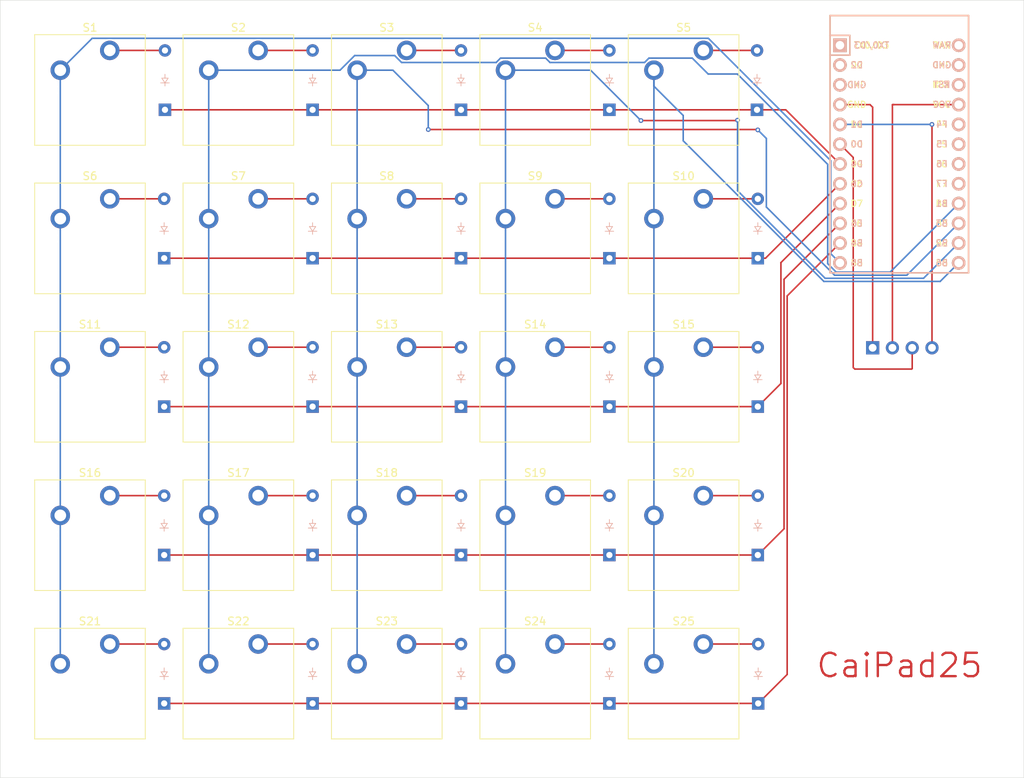
<source format=kicad_pcb>
(kicad_pcb (version 20240108) (generator "pcbnew") (generator_version "8.0")
  (layers (0 "F.Cu" signal) (31 "B.Cu" signal) (34 "B.Paste" user) (35 "F.Paste" user) (36 "B.SilkS" user "B.Silkscreen") (37 "F.SilkS" user "F.Silkscreen") (38 "B.Mask" user) (39 "F.Mask" user) (44 "Edge.Cuts" user))
  (net 0 "")
  (net 1 "Row 0")
  (net 2 "Net-(D1-A)")
  (net 3 "Net-(D2-A)")
  (net 4 "Net-(D3-A)")
  (net 5 "Net-(D4-A)")
  (net 6 "Net-(D5-A)")
  (net 7 "Row 1")
  (net 8 "Net-(D6-A)")
  (net 9 "Net-(D7-A)")
  (net 10 "Net-(D8-A)")
  (net 11 "Net-(D9-A)")
  (net 12 "Net-(D10-A)")
  (net 13 "Net-(D11-A)")
  (net 14 "Row 2")
  (net 15 "Net-(D12-A)")
  (net 16 "Net-(D13-A)")
  (net 17 "Net-(D14-A)")
  (net 18 "Net-(D15-A)")
  (net 19 "Net-(D16-A)")
  (net 20 "Row 3")
  (net 21 "Net-(D17-A)")
  (net 22 "Net-(D18-A)")
  (net 23 "Net-(D19-A)")
  (net 24 "Net-(D20-A)")
  (net 25 "Net-(D21-A)")
  (net 26 "Row 4")
  (net 27 "Net-(D22-A)")
  (net 28 "Net-(D23-A)")
  (net 29 "Net-(D24-A)")
  (net 30 "Net-(D25-A)")
  (net 31 "OLED SDA")
  (net 32 "OLED SCK")
  (net 33 "OLED VCC")
  (net 34 "OLED GND")
  (net 35 "Column 0")
  (net 36 "Column 1")
  (net 37 "Column 2")
  (net 38 "Column 3")
  (net 39 "Column 4")
  (footprint "ScottoKeebs_MX:MX_PCB_1.00u" (layer "F.Cu") (at 128.84 102.23)
    (property "Reference" "S10" (at 0 -8 0) (layer "F.SilkS"))
    (property "Value" "Keyswitch")
    (pad "" np_thru_hole circle (at -5.08 0) (size 1.75 1.75) (drill 1.75) (layers "*.Cu" "*.Mask"))
    (pad "" np_thru_hole circle (at 0 0) (size 4 4) (drill 4) (layers "*.Cu" "*.Mask"))
    (pad "" np_thru_hole circle (at 5.08 0) (size 1.75 1.75) (drill 1.75) (layers "*.Cu" "*.Mask"))
    (pad "1" thru_hole circle (at -3.81 -2.54) (size 2.5 2.5) (drill 1.5) (layers "*.Cu" "*.Mask") (net 39 "Column 4"))
    (pad "2" thru_hole circle (at 2.54 -5.08) (size 2.5 2.5) (drill 1.5) (layers "*.Cu" "*.Mask") (net 12 "Net-(D10-A)"))
  )
  (footprint "ScottoKeebs_MX:MX_PCB_1.00u" (layer "F.Cu") (at 90.74 121.28)
    (property "Reference" "S13" (at 0 -8 0) (layer "F.SilkS"))
    (property "Value" "Keyswitch")
    (pad "" np_thru_hole circle (at -5.08 0) (size 1.75 1.75) (drill 1.75) (layers "*.Cu" "*.Mask"))
    (pad "" np_thru_hole circle (at 0 0) (size 4 4) (drill 4) (layers "*.Cu" "*.Mask"))
    (pad "" np_thru_hole circle (at 5.08 0) (size 1.75 1.75) (drill 1.75) (layers "*.Cu" "*.Mask"))
    (pad "1" thru_hole circle (at -3.81 -2.54) (size 2.5 2.5) (drill 1.5) (layers "*.Cu" "*.Mask") (net 37 "Column 2"))
    (pad "2" thru_hole circle (at 2.54 -5.08) (size 2.5 2.5) (drill 1.5) (layers "*.Cu" "*.Mask") (net 16 "Net-(D13-A)"))
  )
  (footprint "ScottoKeebs_MX:MX_PCB_1.00u" (layer "F.Cu") (at 90.74 83.18)
    (property "Reference" "S3" (at 0 -8 0) (layer "F.SilkS"))
    (property "Value" "Keyswitch")
    (pad "" np_thru_hole circle (at -5.08 0) (size 1.75 1.75) (drill 1.75) (layers "*.Cu" "*.Mask"))
    (pad "" np_thru_hole circle (at 0 0) (size 4 4) (drill 4) (layers "*.Cu" "*.Mask"))
    (pad "" np_thru_hole circle (at 5.08 0) (size 1.75 1.75) (drill 1.75) (layers "*.Cu" "*.Mask"))
    (pad "1" thru_hole circle (at -3.81 -2.54) (size 2.5 2.5) (drill 1.5) (layers "*.Cu" "*.Mask") (net 37 "Column 2"))
    (pad "2" thru_hole circle (at 2.54 -5.08) (size 2.5 2.5) (drill 1.5) (layers "*.Cu" "*.Mask") (net 4 "Net-(D3-A)"))
  )
  (footprint "ScottoKeebs_MX:MX_PCB_1.00u" (layer "F.Cu") (at 109.79 121.28)
    (property "Reference" "S14" (at 0 -8 0) (layer "F.SilkS"))
    (property "Value" "Keyswitch")
    (pad "" np_thru_hole circle (at -5.08 0) (size 1.75 1.75) (drill 1.75) (layers "*.Cu" "*.Mask"))
    (pad "" np_thru_hole circle (at 0 0) (size 4 4) (drill 4) (layers "*.Cu" "*.Mask"))
    (pad "" np_thru_hole circle (at 5.08 0) (size 1.75 1.75) (drill 1.75) (layers "*.Cu" "*.Mask"))
    (pad "1" thru_hole circle (at -3.81 -2.54) (size 2.5 2.5) (drill 1.5) (layers "*.Cu" "*.Mask") (net 38 "Column 3"))
    (pad "2" thru_hole circle (at 2.54 -5.08) (size 2.5 2.5) (drill 1.5) (layers "*.Cu" "*.Mask") (net 17 "Net-(D14-A)"))
  )
  (footprint "ScottoKeebs_MX:MX_PCB_1.00u" (layer "F.Cu") (at 52.64 102.23)
    (property "Reference" "S6" (at 0 -8 0) (layer "F.SilkS"))
    (property "Value" "Keyswitch")
    (pad "" np_thru_hole circle (at -5.08 0) (size 1.75 1.75) (drill 1.75) (layers "*.Cu" "*.Mask"))
    (pad "" np_thru_hole circle (at 0 0) (size 4 4) (drill 4) (layers "*.Cu" "*.Mask"))
    (pad "" np_thru_hole circle (at 5.08 0) (size 1.75 1.75) (drill 1.75) (layers "*.Cu" "*.Mask"))
    (pad "1" thru_hole circle (at -3.81 -2.54) (size 2.5 2.5) (drill 1.5) (layers "*.Cu" "*.Mask") (net 35 "Column 0"))
    (pad "2" thru_hole circle (at 2.54 -5.08) (size 2.5 2.5) (drill 1.5) (layers "*.Cu" "*.Mask") (net 8 "Net-(D6-A)"))
  )
  (footprint "ScottoKeebs_MCU:Arduino_Pro_Micro" (layer "F.Cu") (at 156.53 91.41)
    (property "Reference" "U1" (hide yes))
    (property "Value" "Arduino_Pro_Micro" (hide yes))
    (fp_text user "B3" (at 5.461 8.89 0) (layer "B.SilkS") (effects (font (size 0.8 0.8)) (justify mirror)))
    (fp_text user "C6" (at -5.461 3.81 0) (layer "B.SilkS") (effects (font (size 0.8 0.8)) (justify mirror)))
    (fp_text user "F6" (at 5.461 1.27 0) (layer "B.SilkS") (effects (font (size 0.8 0.8)) (justify mirror)))
    (fp_text user "B4" (at -5.461 11.43 0) (layer "B.SilkS") (effects (font (size 0.8 0.8)) (justify mirror)))
    (fp_text user "ST" (at 5.04 -8.91 0) (layer "B.SilkS") (effects (font (size 0.8 0.8)) (justify mirror)))
    (fp_text user "B5" (at -5.461 13.97 0) (layer "B.SilkS") (effects (font (size 0.8 0.8)) (justify mirror)))
    (fp_text user "D2" (at -5.461 -11.43 0) (layer "B.SilkS") (effects (font (size 0.8 0.8)) (justify mirror)))
    (fp_text user "D4" (at -5.461 1.27 0) (layer "B.SilkS") (effects (font (size 0.8 0.8)) (justify mirror)))
    (fp_text user "D1" (at -5.461 -3.81 0) (layer "B.SilkS") (effects (font (size 0.8 0.8)) (justify mirror)))
    (fp_text user "GND" (at -5.461 -8.89 0) (layer "B.SilkS") (effects (font (size 0.8 0.8)) (justify mirror)))
    (fp_text user "B6" (at 5.461 13.97 0) (layer "B.SilkS") (effects (font (size 0.8 0.8)) (justify mirror)))
    (fp_text user "E6" (at -5.461 8.89 0) (layer "B.SilkS") (effects (font (size 0.8 0.8)) (justify mirror)))
    (fp_text user "F5" (at 5.461 -1.27 0) (layer "B.SilkS") (effects (font (size 0.8 0.8)) (justify mirror)))
    (fp_text user "B1" (at 5.461 6.35 0) (layer "B.SilkS") (effects (font (size 0.8 0.8)) (justify mirror)))
    (fp_text user "F7" (at 5.461 3.81 0) (layer "B.SilkS") (effects (font (size 0.8 0.8)) (justify mirror)))
    (fp_text user "RAW" (at 5.461 -13.97 0) (layer "B.SilkS") (effects (font (size 0.8 0.8)) (justify mirror)))
    (fp_text user "TX0/D3" (at -3.571872 -13.97 0) (layer "B.SilkS") (effects (font (size 0.8 0.8)) (justify mirror)))
    (fp_text user "GND" (at 5.461 -11.43 0) (layer "B.SilkS") (effects (font (size 0.8 0.8)) (justify mirror)))
    (fp_text user "B2" (at 5.461 11.43 0) (layer "B.SilkS") (effects (font (size 0.8 0.8)) (justify mirror)))
    (fp_text user "VCC" (at 5.461 -6.35 0) (layer "B.SilkS") (effects (font (size 0.8 0.8)) (justify mirror)))
    (fp_text user "F4" (at 5.461 -3.81 0) (layer "B.SilkS") (effects (font (size 0.8 0.8)) (justify mirror)))
    (fp_text user "D0" (at -5.461 -1.27 0) (layer "B.SilkS") (effects (font (size 0.8 0.8)) (justify mirror)))
    (fp_text user "F5" (at 5.461 -1.27 0) (layer "F.SilkS") (effects (font (size 0.8 0.8))))
    (fp_text user "GND" (at 5.461 -11.43 0) (layer "F.SilkS") (effects (font (size 0.8 0.8))))
    (fp_text user "RAW" (at 5.461 -13.97 0) (layer "F.SilkS") (effects (font (size 0.8 0.8))))
    (fp_text user "B6" (at 5.461 13.97 0) (layer "F.SilkS") (effects (font (size 0.8 0.8))))
    (fp_text user "D0" (at -5.461 -1.27 0) (layer "F.SilkS") (effects (font (size 0.8 0.8))))
    (fp_text user "B2" (at 5.461 11.43 0) (layer "F.SilkS") (effects (font (size 0.8 0.8))))
    (fp_text user "C6" (at -5.461 3.81 0) (layer "F.SilkS") (effects (font (size 0.8 0.8))))
    (fp_text user "D4" (at -5.461 1.27 0) (layer "F.SilkS") (effects (font (size 0.8 0.8))))
    (fp_text user "D1" (at -5.461 -3.81 0) (layer "F.SilkS") (effects (font (size 0.8 0.8))))
    (fp_text user "F6" (at 5.461 1.27 0) (layer "F.SilkS") (effects (font (size 0.8 0.8))))
    (fp_text user "VCC" (at 5.461 -6.35 0) (layer "F.SilkS") (effects (font (size 0.8 0.8))))
    (fp_text user "D7" (at -5.461 6.35 0) (layer "F.SilkS") (effects (font (size 0.8 0.8))))
    (fp_text user "GND" (at -5.461 -6.35 0) (layer "F.SilkS") (effects (font (size 0.8 0.8))))
    (fp_text user "D2" (at -5.461 -11.43 0) (layer "F.SilkS") (effects (font (size 0.8 0.8))))
    (fp_text user "ST" (at 5.73312 -8.92 0) (layer "F.SilkS") (effects (font (size 0.8 0.8))))
    (fp_text user "F7" (at 5.461 3.81 0) (layer "F.SilkS") (effects (font (size 0.8 0.8))))
    (fp_text user "F4" (at 5.461 -3.81 0) (layer "F.SilkS") (effects (font (size 0.8 0.8))))
    (fp_text user "GND" (at -5.461 -8.89 0) (layer "F.SilkS") (effects (font (size 0.8 0.8))))
    (fp_text user "B3" (at 5.461 8.89 0) (layer "F.SilkS") (effects (font (size 0.8 0.8))))
    (fp_text user "B1" (at 5.461 6.35 0) (layer "F.SilkS") (effects (font (size 0.8 0.8))))
    (fp_text user "B5" (at -5.461 13.97 0) (layer "F.SilkS") (effects (font (size 0.8 0.8))))
    (fp_text user "B4" (at -5.461 11.43 0) (layer "F.SilkS") (effects (font (size 0.8 0.8))))
    (fp_text user "TX0/D3" (at -3.571872 -13.97 0) (layer "F.SilkS") (effects (font (size 0.8 0.8))))
    (fp_text user "E6" (at -5.461 8.89 0) (layer "F.SilkS") (effects (font (size 0.8 0.8))))
    (pad "1" thru_hole rect (at -7.62 -13.97 270) (size 1.7526 1.7526) (drill 1.0922) (layers "*.Cu" "*.SilkS" "*.Mask"))
    (pad "2" thru_hole circle (at -7.62 -11.43 270) (size 1.7526 1.7526) (drill 1.0922) (layers "*.Cu" "*.SilkS" "*.Mask"))
    (pad "3" thru_hole circle (at -7.62 -8.89 270) (size 1.7526 1.7526) (drill 1.0922) (layers "*.Cu" "*.SilkS" "*.Mask"))
    (pad "4" thru_hole circle (at -7.62 -6.35 270) (size 1.7526 1.7526) (drill 1.0922) (layers "*.Cu" "*.SilkS" "*.Mask") (net 34 "OLED GND"))
    (pad "5" thru_hole circle (at -7.62 -3.81 270) (size 1.7526 1.7526) (drill 1.0922) (layers "*.Cu" "*.SilkS" "*.Mask") (net 31 "OLED SDA"))
    (pad "6" thru_hole circle (at -7.62 -1.27 270) (size 1.7526 1.7526) (drill 1.0922) (layers "*.Cu" "*.SilkS" "*.Mask") (net 32 "OLED SCK"))
    (pad "7" thru_hole circle (at -7.62 1.27 270) (size 1.7526 1.7526) (drill 1.0922) (layers "*.Cu" "*.SilkS" "*.Mask") (net 1 "Row 0"))
    (pad "8" thru_hole circle (at -7.62 3.81 270) (size 1.7526 1.7526) (drill 1.0922) (layers "*.Cu" "*.SilkS" "*.Mask") (net 7 "Row 1"))
    (pad "9" thru_hole circle (at -7.62 6.35 270) (size 1.7526 1.7526) (drill 1.0922) (layers "*.Cu" "*.SilkS" "*.Mask") (net 14 "Row 2"))
    (pad "10" thru_hole circle (at -7.62 8.89 270) (size 1.7526 1.7526) (drill 1.0922) (layers "*.Cu" "*.SilkS" "*.Mask") (net 20 "Row 3"))
    (pad "11" thru_hole circle (at -7.62 11.43 270) (size 1.7526 1.7526) (drill 1.0922) (layers "*.Cu" "*.SilkS" "*.Mask") (net 26 "Row 4"))
    (pad "12" thru_hole circle (at -7.62 13.97 270) (size 1.7526 1.7526) (drill 1.0922) (layers "*.Cu" "*.SilkS" "*.Mask") (net 35 "Column 0"))
    (pad "13" thru_hole circle (at 7.62 13.97 270) (size 1.7526 1.7526) (drill 1.0922) (layers "*.Cu" "*.SilkS" "*.Mask") (net 39 "Column 4"))
    (pad "14" thru_hole circle (at 7.62 11.43 270) (size 1.7526 1.7526) (drill 1.0922) (layers "*.Cu" "*.SilkS" "*.Mask") (net 38 "Column 3"))
    (pad "15" thru_hole circle (at 7.62 8.89 270) (size 1.7526 1.7526) (drill 1.0922) (layers "*.Cu" "*.SilkS" "*.Mask") (net 37 "Column 2"))
    (pad "16" thru_hole circle (at 7.62 6.35 270) (size 1.7526 1.7526) (drill 1.0922) (layers "*.Cu" "*.SilkS" "*.Mask") (net 36 "Column 1"))
    (pad "17" thru_hole circle (at 7.62 3.81 270) (size 1.7526 1.7526) (drill 1.0922) (layers "*.Cu" "*.SilkS" "*.Mask"))
    (pad "18" thru_hole circle (at 7.62 1.27 270) (size 1.7526 1.7526) (drill 1.0922) (layers "*.Cu" "*.SilkS" "*.Mask"))
    (pad "19" thru_hole circle (at 7.62 -1.27 270) (size 1.7526 1.7526) (drill 1.0922) (layers "*.Cu" "*.SilkS" "*.Mask"))
    (pad "20" thru_hole circle (at 7.62 -3.81 270) (size 1.7526 1.7526) (drill 1.0922) (layers "*.Cu" "*.SilkS" "*.Mask"))
    (pad "21" thru_hole circle (at 7.62 -6.35 270) (size 1.7526 1.7526) (drill 1.0922) (layers "*.Cu" "*.SilkS" "*.Mask") (net 33 "OLED VCC"))
    (pad "22" thru_hole circle (at 7.62 -8.89 270) (size 1.7526 1.7526) (drill 1.0922) (layers "*.Cu" "*.SilkS" "*.Mask"))
    (pad "23" thru_hole circle (at 7.62 -11.43 270) (size 1.7526 1.7526) (drill 1.0922) (layers "*.Cu" "*.SilkS" "*.Mask"))
    (pad "24" thru_hole circle (at 7.62 -13.97 270) (size 1.7526 1.7526) (drill 1.0922) (layers "*.Cu" "*.SilkS" "*.Mask"))
  )
  (footprint "ScottoKeebs_MX:MX_PCB_1.00u" (layer "F.Cu") (at 109.79 83.18)
    (property "Reference" "S4" (at 0 -8 0) (layer "F.SilkS"))
    (property "Value" "Keyswitch")
    (pad "" np_thru_hole circle (at -5.08 0) (size 1.75 1.75) (drill 1.75) (layers "*.Cu" "*.Mask"))
    (pad "" np_thru_hole circle (at 0 0) (size 4 4) (drill 4) (layers "*.Cu" "*.Mask"))
    (pad "" np_thru_hole circle (at 5.08 0) (size 1.75 1.75) (drill 1.75) (layers "*.Cu" "*.Mask"))
    (pad "1" thru_hole circle (at -3.81 -2.54) (size 2.5 2.5) (drill 1.5) (layers "*.Cu" "*.Mask") (net 38 "Column 3"))
    (pad "2" thru_hole circle (at 2.54 -5.08) (size 2.5 2.5) (drill 1.5) (layers "*.Cu" "*.Mask") (net 5 "Net-(D4-A)"))
  )
  (footprint "ScottoKeebs_MX:MX_PCB_1.00u" (layer "F.Cu") (at 71.69 140.33)
    (property "Reference" "S17" (at 0 -8 0) (layer "F.SilkS"))
    (property "Value" "Keyswitch")
    (pad "" np_thru_hole circle (at -5.08 0) (size 1.75 1.75) (drill 1.75) (layers "*.Cu" "*.Mask"))
    (pad "" np_thru_hole circle (at 0 0) (size 4 4) (drill 4) (layers "*.Cu" "*.Mask"))
    (pad "" np_thru_hole circle (at 5.08 0) (size 1.75 1.75) (drill 1.75) (layers "*.Cu" "*.Mask"))
    (pad "1" thru_hole circle (at -3.81 -2.54) (size 2.5 2.5) (drill 1.5) (layers "*.Cu" "*.Mask") (net 36 "Column 1"))
    (pad "2" thru_hole circle (at 2.54 -5.08) (size 2.5 2.5) (drill 1.5) (layers "*.Cu" "*.Mask") (net 21 "Net-(D17-A)"))
  )
  (footprint "ScottoKeebs_MX:MX_PCB_1.00u" (layer "F.Cu") (at 52.64 121.28)
    (property "Reference" "S11" (at 0 -8 0) (layer "F.SilkS"))
    (property "Value" "Keyswitch")
    (pad "" np_thru_hole circle (at -5.08 0) (size 1.75 1.75) (drill 1.75) (layers "*.Cu" "*.Mask"))
    (pad "" np_thru_hole circle (at 0 0) (size 4 4) (drill 4) (layers "*.Cu" "*.Mask"))
    (pad "" np_thru_hole circle (at 5.08 0) (size 1.75 1.75) (drill 1.75) (layers "*.Cu" "*.Mask"))
    (pad "1" thru_hole circle (at -3.81 -2.54) (size 2.5 2.5) (drill 1.5) (layers "*.Cu" "*.Mask") (net 35 "Column 0"))
    (pad "2" thru_hole circle (at 2.54 -5.08) (size 2.5 2.5) (drill 1.5) (layers "*.Cu" "*.Mask") (net 13 "Net-(D11-A)"))
  )
  (footprint "ScottoKeebs_MX:MX_PCB_1.00u" (layer "F.Cu") (at 128.84 159.38)
    (property "Reference" "S25" (at 0 -8 0) (layer "F.SilkS"))
    (property "Value" "Keyswitch")
    (pad "" np_thru_hole circle (at -5.08 0) (size 1.75 1.75) (drill 1.75) (layers "*.Cu" "*.Mask"))
    (pad "" np_thru_hole circle (at 0 0) (size 4 4) (drill 4) (layers "*.Cu" "*.Mask"))
    (pad "" np_thru_hole circle (at 5.08 0) (size 1.75 1.75) (drill 1.75) (layers "*.Cu" "*.Mask"))
    (pad "1" thru_hole circle (at -3.81 -2.54) (size 2.5 2.5) (drill 1.5) (layers "*.Cu" "*.Mask") (net 39 "Column 4"))
    (pad "2" thru_hole circle (at 2.54 -5.08) (size 2.5 2.5) (drill 1.5) (layers "*.Cu" "*.Mask") (net 30 "Net-(D25-A)"))
  )
  (footprint "ScottoKeebs_MX:MX_PCB_1.00u" (layer "F.Cu") (at 109.79 159.38)
    (property "Reference" "S24" (at 0 -8 0) (layer "F.SilkS"))
    (property "Value" "Keyswitch")
    (pad "" np_thru_hole circle (at -5.08 0) (size 1.75 1.75) (drill 1.75) (layers "*.Cu" "*.Mask"))
    (pad "" np_thru_hole circle (at 0 0) (size 4 4) (drill 4) (layers "*.Cu" "*.Mask"))
    (pad "" np_thru_hole circle (at 5.08 0) (size 1.75 1.75) (drill 1.75) (layers "*.Cu" "*.Mask"))
    (pad "1" thru_hole circle (at -3.81 -2.54) (size 2.5 2.5) (drill 1.5) (layers "*.Cu" "*.Mask") (net 38 "Column 3"))
    (pad "2" thru_hole circle (at 2.54 -5.08) (size 2.5 2.5) (drill 1.5) (layers "*.Cu" "*.Mask") (net 29 "Net-(D24-A)"))
  )
  (footprint "ScottoKeebs_MX:MX_PCB_1.00u" (layer "F.Cu") (at 128.84 83.18)
    (property "Reference" "S5" (at 0 -8 0) (layer "F.SilkS"))
    (property "Value" "Keyswitch")
    (pad "" np_thru_hole circle (at -5.08 0) (size 1.75 1.75) (drill 1.75) (layers "*.Cu" "*.Mask"))
    (pad "" np_thru_hole circle (at 0 0) (size 4 4) (drill 4) (layers "*.Cu" "*.Mask"))
    (pad "" np_thru_hole circle (at 5.08 0) (size 1.75 1.75) (drill 1.75) (layers "*.Cu" "*.Mask"))
    (pad "1" thru_hole circle (at -3.81 -2.54) (size 2.5 2.5) (drill 1.5) (layers "*.Cu" "*.Mask") (net 39 "Column 4"))
    (pad "2" thru_hole circle (at 2.54 -5.08) (size 2.5 2.5) (drill 1.5) (layers "*.Cu" "*.Mask") (net 6 "Net-(D5-A)"))
  )
  (footprint "ScottoKeebs_MX:MX_PCB_1.00u" (layer "F.Cu") (at 71.69 83.18)
    (property "Reference" "S2" (at 0 -8 0) (layer "F.SilkS"))
    (property "Value" "Keyswitch")
    (pad "" np_thru_hole circle (at -5.08 0) (size 1.75 1.75) (drill 1.75) (layers "*.Cu" "*.Mask"))
    (pad "" np_thru_hole circle (at 0 0) (size 4 4) (drill 4) (layers "*.Cu" "*.Mask"))
    (pad "" np_thru_hole circle (at 5.08 0) (size 1.75 1.75) (drill 1.75) (layers "*.Cu" "*.Mask"))
    (pad "1" thru_hole circle (at -3.81 -2.54) (size 2.5 2.5) (drill 1.5) (layers "*.Cu" "*.Mask") (net 36 "Column 1"))
    (pad "2" thru_hole circle (at 2.54 -5.08) (size 2.5 2.5) (drill 1.5) (layers "*.Cu" "*.Mask") (net 3 "Net-(D2-A)"))
  )
  (footprint "ScottoKeebs_MX:MX_PCB_1.00u" (layer "F.Cu") (at 52.64 140.33)
    (property "Reference" "S16" (at 0 -8 0) (layer "F.SilkS"))
    (property "Value" "Keyswitch")
    (pad "" np_thru_hole circle (at -5.08 0) (size 1.75 1.75) (drill 1.75) (layers "*.Cu" "*.Mask"))
    (pad "" np_thru_hole circle (at 0 0) (size 4 4) (drill 4) (layers "*.Cu" "*.Mask"))
    (pad "" np_thru_hole circle (at 5.08 0) (size 1.75 1.75) (drill 1.75) (layers "*.Cu" "*.Mask"))
    (pad "1" thru_hole circle (at -3.81 -2.54) (size 2.5 2.5) (drill 1.5) (layers "*.Cu" "*.Mask") (net 35 "Column 0"))
    (pad "2" thru_hole circle (at 2.54 -5.08) (size 2.5 2.5) (drill 1.5) (layers "*.Cu" "*.Mask") (net 19 "Net-(D16-A)"))
  )
  (footprint "ScottoKeebs_MX:MX_PCB_1.00u" (layer "F.Cu") (at 71.69 159.38)
    (property "Reference" "S22" (at 0 -8 0) (layer "F.SilkS"))
    (property "Value" "Keyswitch")
    (pad "" np_thru_hole circle (at -5.08 0) (size 1.75 1.75) (drill 1.75) (layers "*.Cu" "*.Mask"))
    (pad "" np_thru_hole circle (at 0 0) (size 4 4) (drill 4) (layers "*.Cu" "*.Mask"))
    (pad "" np_thru_hole circle (at 5.08 0) (size 1.75 1.75) (drill 1.75) (layers "*.Cu" "*.Mask"))
    (pad "1" thru_hole circle (at -3.81 -2.54) (size 2.5 2.5) (drill 1.5) (layers "*.Cu" "*.Mask") (net 36 "Column 1"))
    (pad "2" thru_hole circle (at 2.54 -5.08) (size 2.5 2.5) (drill 1.5) (layers "*.Cu" "*.Mask") (net 27 "Net-(D22-A)"))
  )
  (footprint "ScottoKeebs_MX:MX_PCB_1.00u" (layer "F.Cu") (at 90.74 159.38)
    (property "Reference" "S23" (at 0 -8 0) (layer "F.SilkS"))
    (property "Value" "Keyswitch")
    (pad "" np_thru_hole circle (at -5.08 0) (size 1.75 1.75) (drill 1.75) (layers "*.Cu" "*.Mask"))
    (pad "" np_thru_hole circle (at 0 0) (size 4 4) (drill 4) (layers "*.Cu" "*.Mask"))
    (pad "" np_thru_hole circle (at 5.08 0) (size 1.75 1.75) (drill 1.75) (layers "*.Cu" "*.Mask"))
    (pad "1" thru_hole circle (at -3.81 -2.54) (size 2.5 2.5) (drill 1.5) (layers "*.Cu" "*.Mask") (net 37 "Column 2"))
    (pad "2" thru_hole circle (at 2.54 -5.08) (size 2.5 2.5) (drill 1.5) (layers "*.Cu" "*.Mask") (net 28 "Net-(D23-A)"))
  )
  (footprint "ScottoKeebs_MX:MX_PCB_1.00u" (layer "F.Cu") (at 71.69 102.23)
    (property "Reference" "S7" (at 0 -8 0) (layer "F.SilkS"))
    (property "Value" "Keyswitch")
    (pad "" np_thru_hole circle (at -5.08 0) (size 1.75 1.75) (drill 1.75) (layers "*.Cu" "*.Mask"))
    (pad "" np_thru_hole circle (at 0 0) (size 4 4) (drill 4) (layers "*.Cu" "*.Mask"))
    (pad "" np_thru_hole circle (at 5.08 0) (size 1.75 1.75) (drill 1.75) (layers "*.Cu" "*.Mask"))
    (pad "1" thru_hole circle (at -3.81 -2.54) (size 2.5 2.5) (drill 1.5) (layers "*.Cu" "*.Mask") (net 36 "Column 1"))
    (pad "2" thru_hole circle (at 2.54 -5.08) (size 2.5 2.5) (drill 1.5) (layers "*.Cu" "*.Mask") (net 9 "Net-(D7-A)"))
  )
  (footprint "ScottoKeebs_MX:MX_PCB_1.00u" (layer "F.Cu") (at 128.84 121.28)
    (property "Reference" "S15" (at 0 -8 0) (layer "F.SilkS"))
    (property "Value" "Keyswitch")
    (pad "" np_thru_hole circle (at -5.08 0) (size 1.75 1.75) (drill 1.75) (layers "*.Cu" "*.Mask"))
    (pad "" np_thru_hole circle (at 0 0) (size 4 4) (drill 4) (layers "*.Cu" "*.Mask"))
    (pad "" np_thru_hole circle (at 5.08 0) (size 1.75 1.75) (drill 1.75) (layers "*.Cu" "*.Mask"))
    (pad "1" thru_hole circle (at -3.81 -2.54) (size 2.5 2.5) (drill 1.5) (layers "*.Cu" "*.Mask") (net 39 "Column 4"))
    (pad "2" thru_hole circle (at 2.54 -5.08) (size 2.5 2.5) (drill 1.5) (layers "*.Cu" "*.Mask") (net 18 "Net-(D15-A)"))
  )
  (footprint "ScottoKeebs_Components:OLED_128x64" (layer "F.Cu") (at 156.915 116.275)
    (property "Reference" "J1" (hide yes))
    (property "Value" "OLED_128x64")
    (pad "1" thru_hole rect (at -3.81 0 90) (size 1.7 1.7) (drill 1) (layers "*.Cu" "*.Mask") (net 34 "OLED GND"))
    (pad "2" thru_hole oval (at -1.27 0 90) (size 1.7 1.7) (drill 1) (layers "*.Cu" "*.Mask") (net 33 "OLED VCC"))
    (pad "3" thru_hole oval (at 1.27 0 90) (size 1.7 1.7) (drill 1) (layers "*.Cu" "*.Mask") (net 32 "OLED SCK"))
    (pad "4" thru_hole oval (at 3.81 0 90) (size 1.7 1.7) (drill 1) (layers "*.Cu" "*.Mask") (net 31 "OLED SDA"))
  )
  (footprint "ScottoKeebs_MX:MX_PCB_1.00u" (layer "F.Cu") (at 128.84 140.33)
    (property "Reference" "S20" (at 0 -8 0) (layer "F.SilkS"))
    (property "Value" "Keyswitch")
    (pad "" np_thru_hole circle (at -5.08 0) (size 1.75 1.75) (drill 1.75) (layers "*.Cu" "*.Mask"))
    (pad "" np_thru_hole circle (at 0 0) (size 4 4) (drill 4) (layers "*.Cu" "*.Mask"))
    (pad "" np_thru_hole circle (at 5.08 0) (size 1.75 1.75) (drill 1.75) (layers "*.Cu" "*.Mask"))
    (pad "1" thru_hole circle (at -3.81 -2.54) (size 2.5 2.5) (drill 1.5) (layers "*.Cu" "*.Mask") (net 39 "Column 4"))
    (pad "2" thru_hole circle (at 2.54 -5.08) (size 2.5 2.5) (drill 1.5) (layers "*.Cu" "*.Mask") (net 24 "Net-(D20-A)"))
  )
  (footprint "ScottoKeebs_MX:MX_PCB_1.00u" (layer "F.Cu") (at 71.69 121.28)
    (property "Reference" "S12" (at 0 -8 0) (layer "F.SilkS"))
    (property "Value" "Keyswitch")
    (pad "" np_thru_hole circle (at -5.08 0) (size 1.75 1.75) (drill 1.75) (layers "*.Cu" "*.Mask"))
    (pad "" np_thru_hole circle (at 0 0) (size 4 4) (drill 4) (layers "*.Cu" "*.Mask"))
    (pad "" np_thru_hole circle (at 5.08 0) (size 1.75 1.75) (drill 1.75) (layers "*.Cu" "*.Mask"))
    (pad "1" thru_hole circle (at -3.81 -2.54) (size 2.5 2.5) (drill 1.5) (layers "*.Cu" "*.Mask") (net 36 "Column 1"))
    (pad "2" thru_hole circle (at 2.54 -5.08) (size 2.5 2.5) (drill 1.5) (layers "*.Cu" "*.Mask") (net 15 "Net-(D12-A)"))
  )
  (footprint "ScottoKeebs_MX:MX_PCB_1.00u" (layer "F.Cu") (at 52.64 83.18)
    (property "Reference" "S1" (at 0 -8 0) (layer "F.SilkS"))
    (property "Value" "Keyswitch")
    (pad "" np_thru_hole circle (at -5.08 0) (size 1.75 1.75) (drill 1.75) (layers "*.Cu" "*.Mask"))
    (pad "" np_thru_hole circle (at 0 0) (size 4 4) (drill 4) (layers "*.Cu" "*.Mask"))
    (pad "" np_thru_hole circle (at 5.08 0) (size 1.75 1.75) (drill 1.75) (layers "*.Cu" "*.Mask"))
    (pad "1" thru_hole circle (at -3.81 -2.54) (size 2.5 2.5) (drill 1.5) (layers "*.Cu" "*.Mask") (net 35 "Column 0"))
    (pad "2" thru_hole circle (at 2.54 -5.08) (size 2.5 2.5) (drill 1.5) (layers "*.Cu" "*.Mask") (net 2 "Net-(D1-A)"))
  )
  (footprint "ScottoKeebs_MX:MX_PCB_1.00u" (layer "F.Cu") (at 109.79 140.33)
    (property "Reference" "S19" (at 0 -8 0) (layer "F.SilkS"))
    (property "Value" "Keyswitch")
    (pad "" np_thru_hole circle (at -5.08 0) (size 1.75 1.75) (drill 1.75) (layers "*.Cu" "*.Mask"))
    (pad "" np_thru_hole circle (at 0 0) (size 4 4) (drill 4) (layers "*.Cu" "*.Mask"))
    (pad "" np_thru_hole circle (at 5.08 0) (size 1.75 1.75) (drill 1.75) (layers "*.Cu" "*.Mask"))
    (pad "1" thru_hole circle (at -3.81 -2.54) (size 2.5 2.5) (drill 1.5) (layers "*.Cu" "*.Mask") (net 38 "Column 3"))
    (pad "2" thru_hole circle (at 2.54 -5.08) (size 2.5 2.5) (drill 1.5) (layers "*.Cu" "*.Mask") (net 23 "Net-(D19-A)"))
  )
  (footprint "ScottoKeebs_MX:MX_PCB_1.00u" (layer "F.Cu") (at 90.74 140.33)
    (property "Reference" "S18" (at 0 -8 0) (layer "F.SilkS"))
    (property "Value" "Keyswitch")
    (pad "" np_thru_hole circle (at -5.08 0) (size 1.75 1.75) (drill 1.75) (layers "*.Cu" "*.Mask"))
    (pad "" np_thru_hole circle (at 0 0) (size 4 4) (drill 4) (layers "*.Cu" "*.Mask"))
    (pad "" np_thru_hole circle (at 5.08 0) (size 1.75 1.75) (drill 1.75) (layers "*.Cu" "*.Mask"))
    (pad "1" thru_hole circle (at -3.81 -2.54) (size 2.5 2.5) (drill 1.5) (layers "*.Cu" "*.Mask") (net 37 "Column 2"))
    (pad "2" thru_hole circle (at 2.54 -5.08) (size 2.5 2.5) (drill 1.5) (layers "*.Cu" "*.Mask") (net 22 "Net-(D18-A)"))
  )
  (footprint "ScottoKeebs_MX:MX_PCB_1.00u" (layer "F.Cu") (at 52.64 159.38)
    (property "Reference" "S21" (at 0 -8 0) (layer "F.SilkS"))
    (property "Value" "Keyswitch")
    (pad "" np_thru_hole circle (at -5.08 0) (size 1.75 1.75) (drill 1.75) (layers "*.Cu" "*.Mask"))
    (pad "" np_thru_hole circle (at 0 0) (size 4 4) (drill 4) (layers "*.Cu" "*.Mask"))
    (pad "" np_thru_hole circle (at 5.08 0) (size 1.75 1.75) (drill 1.75) (layers "*.Cu" "*.Mask"))
    (pad "1" thru_hole circle (at -3.81 -2.54) (size 2.5 2.5) (drill 1.5) (layers "*.Cu" "*.Mask") (net 35 "Column 0"))
    (pad "2" thru_hole circle (at 2.54 -5.08) (size 2.5 2.5) (drill 1.5) (layers "*.Cu" "*.Mask") (net 25 "Net-(D21-A)"))
  )
  (footprint "ScottoKeebs_MX:MX_PCB_1.00u" (layer "F.Cu") (at 109.79 102.23)
    (property "Reference" "S9" (at 0 -8 0) (layer "F.SilkS"))
    (property "Value" "Keyswitch")
    (pad "" np_thru_hole circle (at -5.08 0) (size 1.75 1.75) (drill 1.75) (layers "*.Cu" "*.Mask"))
    (pad "" np_thru_hole circle (at 0 0) (size 4 4) (drill 4) (layers "*.Cu" "*.Mask"))
    (pad "" np_thru_hole circle (at 5.08 0) (size 1.75 1.75) (drill 1.75) (layers "*.Cu" "*.Mask"))
    (pad "1" thru_hole circle (at -3.81 -2.54) (size 2.5 2.5) (drill 1.5) (layers "*.Cu" "*.Mask") (net 38 "Column 3"))
    (pad "2" thru_hole circle (at 2.54 -5.08) (size 2.5 2.5) (drill 1.5) (layers "*.Cu" "*.Mask") (net 11 "Net-(D9-A)"))
  )
  (footprint "ScottoKeebs_MX:MX_PCB_1.00u" (layer "F.Cu") (at 90.74 102.23)
    (property "Reference" "S8" (at 0 -8 0) (layer "F.SilkS"))
    (property "Value" "Keyswitch")
    (pad "" np_thru_hole circle (at -5.08 0) (size 1.75 1.75) (drill 1.75) (layers "*.Cu" "*.Mask"))
    (pad "" np_thru_hole circle (at 0 0) (size 4 4) (drill 4) (layers "*.Cu" "*.Mask"))
    (pad "" np_thru_hole circle (at 5.08 0) (size 1.75 1.75) (drill 1.75) (layers "*.Cu" "*.Mask"))
    (pad "1" thru_hole circle (at -3.81 -2.54) (size 2.5 2.5) (drill 1.5) (layers "*.Cu" "*.Mask") (net 37 "Column 2"))
    (pad "2" thru_hole circle (at 2.54 -5.08) (size 2.5 2.5) (drill 1.5) (layers "*.Cu" "*.Mask") (net 10 "Net-(D8-A)"))
  )
  (footprint "ScottoKeebs_Components:Diode_DO-35" (layer "B.Cu") (at 62.165 142.875 90)
    (property "Reference" "D16" (hide yes))
    (property "Value" "Diode" (hide yes))
    (pad "1" thru_hole rect (at 0 0 90) (size 1.6 1.6) (drill 0.8) (layers "*.Cu" "*.Mask") (net 20 "Row 3"))
    (pad "2" thru_hole oval (at 7.62 0 90) (size 1.6 1.6) (drill 0.8) (layers "*.Cu" "*.Mask") (net 19 "Net-(D16-A)"))
  )
  (footprint "ScottoKeebs_Components:Diode_DO-35" (layer "B.Cu") (at 138.265 85.725 90)
    (property "Reference" "D5" (hide yes))
    (property "Value" "Diode" (hide yes))
    (pad "1" thru_hole rect (at 0 0 90) (size 1.6 1.6) (drill 0.8) (layers "*.Cu" "*.Mask") (net 1 "Row 0"))
    (pad "2" thru_hole oval (at 7.62 0 90) (size 1.6 1.6) (drill 0.8) (layers "*.Cu" "*.Mask") (net 6 "Net-(D5-A)"))
  )
  (footprint "ScottoKeebs_Components:Diode_DO-35" (layer "B.Cu") (at 138.365 142.875 90)
    (property "Reference" "D20" (hide yes))
    (property "Value" "Diode" (hide yes))
    (pad "1" thru_hole rect (at 0 0 90) (size 1.6 1.6) (drill 0.8) (layers "*.Cu" "*.Mask") (net 20 "Row 3"))
    (pad "2" thru_hole oval (at 7.62 0 90) (size 1.6 1.6) (drill 0.8) (layers "*.Cu" "*.Mask") (net 24 "Net-(D20-A)"))
  )
  (footprint "ScottoKeebs_Components:Diode_DO-35" (layer "B.Cu") (at 100.265 142.875 90)
    (property "Reference" "D18" (hide yes))
    (property "Value" "Diode" (hide yes))
    (pad "1" thru_hole rect (at 0 0 90) (size 1.6 1.6) (drill 0.8) (layers "*.Cu" "*.Mask") (net 20 "Row 3"))
    (pad "2" thru_hole oval (at 7.62 0 90) (size 1.6 1.6) (drill 0.8) (layers "*.Cu" "*.Mask") (net 22 "Net-(D18-A)"))
  )
  (footprint "ScottoKeebs_Components:Diode_DO-35" (layer "B.Cu") (at 100.265 161.925 90)
    (property "Reference" "D23" (hide yes))
    (property "Value" "Diode" (hide yes))
    (pad "1" thru_hole rect (at 0 0 90) (size 1.6 1.6) (drill 0.8) (layers "*.Cu" "*.Mask") (net 26 "Row 4"))
    (pad "2" thru_hole oval (at 7.62 0 90) (size 1.6 1.6) (drill 0.8) (layers "*.Cu" "*.Mask") (net 28 "Net-(D23-A)"))
  )
  (footprint "ScottoKeebs_Components:Diode_DO-35" (layer "B.Cu") (at 81.215 142.875 90)
    (property "Reference" "D17" (hide yes))
    (property "Value" "Diode" (hide yes))
    (pad "1" thru_hole rect (at 0 0 90) (size 1.6 1.6) (drill 0.8) (layers "*.Cu" "*.Mask") (net 20 "Row 3"))
    (pad "2" thru_hole oval (at 7.62 0 90) (size 1.6 1.6) (drill 0.8) (layers "*.Cu" "*.Mask") (net 21 "Net-(D17-A)"))
  )
  (footprint "ScottoKeebs_Components:Diode_DO-35" (layer "B.Cu") (at 81.215 123.825 90)
    (property "Reference" "D12" (hide yes))
    (property "Value" "Diode" (hide yes))
    (pad "1" thru_hole rect (at 0 0 90) (size 1.6 1.6) (drill 0.8) (layers "*.Cu" "*.Mask") (net 14 "Row 2"))
    (pad "2" thru_hole oval (at 7.62 0 90) (size 1.6 1.6) (drill 0.8) (layers "*.Cu" "*.Mask") (net 15 "Net-(D12-A)"))
  )
  (footprint "ScottoKeebs_Components:Diode_DO-35" (layer "B.Cu") (at 81.215 161.925 90)
    (property "Reference" "D22" (hide yes))
    (property "Value" "Diode" (hide yes))
    (pad "1" thru_hole rect (at 0 0 90) (size 1.6 1.6) (drill 0.8) (layers "*.Cu" "*.Mask") (net 26 "Row 4"))
    (pad "2" thru_hole oval (at 7.62 0 90) (size 1.6 1.6) (drill 0.8) (layers "*.Cu" "*.Mask") (net 27 "Net-(D22-A)"))
  )
  (footprint "ScottoKeebs_Components:Diode_DO-35" (layer "B.Cu") (at 119.315 123.825 90)
    (property "Reference" "D14" (hide yes))
    (property "Value" "Diode" (hide yes))
    (pad "1" thru_hole rect (at 0 0 90) (size 1.6 1.6) (drill 0.8) (layers "*.Cu" "*.Mask") (net 14 "Row 2"))
    (pad "2" thru_hole oval (at 7.62 0 90) (size 1.6 1.6) (drill 0.8) (layers "*.Cu" "*.Mask") (net 17 "Net-(D14-A)"))
  )
  (footprint "ScottoKeebs_Components:Diode_DO-35" (layer "B.Cu") (at 119.315 142.875 90)
    (property "Reference" "D19" (hide yes))
    (property "Value" "Diode" (hide yes))
    (pad "1" thru_hole rect (at 0 0 90) (size 1.6 1.6) (drill 0.8) (layers "*.Cu" "*.Mask") (net 20 "Row 3"))
    (pad "2" thru_hole oval (at 7.62 0 90) (size 1.6 1.6) (drill 0.8) (layers "*.Cu" "*.Mask") (net 23 "Net-(D19-A)"))
  )
  (footprint "ScottoKeebs_Components:Diode_DO-35" (layer "B.Cu") (at 100.265 123.825 90)
    (property "Reference" "D13" (hide yes))
    (property "Value" "Diode" (hide yes))
    (pad "1" thru_hole rect (at 0 0 90) (size 1.6 1.6) (drill 0.8) (layers "*.Cu" "*.Mask") (net 14 "Row 2"))
    (pad "2" thru_hole oval (at 7.62 0 90) (size 1.6 1.6) (drill 0.8) (layers "*.Cu" "*.Mask") (net 16 "Net-(D13-A)"))
  )
  (footprint "ScottoKeebs_Components:Diode_DO-35" (layer "B.Cu") (at 62.165 104.775 90)
    (property "Reference" "D6" (hide yes))
    (property "Value" "Diode" (hide yes))
    (pad "1" thru_hole rect (at 0 0 90) (size 1.6 1.6) (drill 0.8) (layers "*.Cu" "*.Mask") (net 7 "Row 1"))
    (pad "2" thru_hole oval (at 7.62 0 90) (size 1.6 1.6) (drill 0.8) (layers "*.Cu" "*.Mask") (net 8 "Net-(D6-A)"))
  )
  (footprint "ScottoKeebs_Components:Diode_DO-35" (layer "B.Cu") (at 119.315 161.925 90)
    (property "Reference" "D24" (hide yes))
    (property "Value" "Diode" (hide yes))
    (pad "1" thru_hole rect (at 0 0 90) (size 1.6 1.6) (drill 0.8) (layers "*.Cu" "*.Mask") (net 26 "Row 4"))
    (pad "2" thru_hole oval (at 7.62 0 90) (size 1.6 1.6) (drill 0.8) (layers "*.Cu" "*.Mask") (net 29 "Net-(D24-A)"))
  )
  (footprint "ScottoKeebs_Components:Diode_DO-35" (layer "B.Cu") (at 81.215 104.775 90)
    (property "Reference" "D7" (hide yes))
    (property "Value" "Diode" (hide yes))
    (pad "1" thru_hole rect (at 0 0 90) (size 1.6 1.6) (drill 0.8) (layers "*.Cu" "*.Mask") (net 7 "Row 1"))
    (pad "2" thru_hole oval (at 7.62 0 90) (size 1.6 1.6) (drill 0.8) (layers "*.Cu" "*.Mask") (net 9 "Net-(D7-A)"))
  )
  (footprint "ScottoKeebs_Components:Diode_DO-35" (layer "B.Cu") (at 119.315 104.775 90)
    (property "Reference" "D9" (hide yes))
    (property "Value" "Diode" (hide yes))
    (pad "1" thru_hole rect (at 0 0 90) (size 1.6 1.6) (drill 0.8) (layers "*.Cu" "*.Mask") (net 7 "Row 1"))
    (pad "2" thru_hole oval (at 7.62 0 90) (size 1.6 1.6) (drill 0.8) (layers "*.Cu" "*.Mask") (net 11 "Net-(D9-A)"))
  )
  (footprint "ScottoKeebs_Components:Diode_DO-35" (layer "B.Cu") (at 62.165 123.825 90)
    (property "Reference" "D11" (hide yes))
    (property "Value" "Diode" (hide yes))
    (pad "1" thru_hole rect (at 0 0 90) (size 1.6 1.6) (drill 0.8) (layers "*.Cu" "*.Mask") (net 14 "Row 2"))
    (pad "2" thru_hole oval (at 7.62 0 90) (size 1.6 1.6) (drill 0.8) (layers "*.Cu" "*.Mask") (net 13 "Net-(D11-A)"))
  )
  (footprint "ScottoKeebs_Components:Diode_DO-35" (layer "B.Cu") (at 62.265 85.725 90)
    (property "Reference" "D1" (hide yes))
    (property "Value" "Diode" (hide yes))
    (pad "1" thru_hole rect (at 0 0 90) (size 1.6 1.6) (drill 0.8) (layers "*.Cu" "*.Mask") (net 1 "Row 0"))
    (pad "2" thru_hole oval (at 7.62 0 90) (size 1.6 1.6) (drill 0.8) (layers "*.Cu" "*.Mask") (net 2 "Net-(D1-A)"))
  )
  (footprint "ScottoKeebs_Components:Diode_DO-35" (layer "B.Cu") (at 119.315 85.725 90)
    (property "Reference" "D4" (hide yes))
    (property "Value" "Diode" (hide yes))
    (pad "1" thru_hole rect (at 0 0 90) (size 1.6 1.6) (drill 0.8) (layers "*.Cu" "*.Mask") (net 1 "Row 0"))
    (pad "2" thru_hole oval (at 7.62 0 90) (size 1.6 1.6) (drill 0.8) (layers "*.Cu" "*.Mask") (net 5 "Net-(D4-A)"))
  )
  (footprint "ScottoKeebs_Components:Diode_DO-35" (layer "B.Cu") (at 138.365 123.825 90)
    (property "Reference" "D15" (hide yes))
    (property "Value" "Diode" (hide yes))
    (pad "1" thru_hole rect (at 0 0 90) (size 1.6 1.6) (drill 0.8) (layers "*.Cu" "*.Mask") (net 14 "Row 2"))
    (pad "2" thru_hole oval (at 7.62 0 90) (size 1.6 1.6) (drill 0.8) (layers "*.Cu" "*.Mask") (net 18 "Net-(D15-A)"))
  )
  (footprint "ScottoKeebs_Components:Diode_DO-35" (layer "B.Cu") (at 138.415 161.925 90)
    (property "Reference" "D25" (hide yes))
    (property "Value" "Diode" (hide yes))
    (pad "1" thru_hole rect (at 0 0 90) (size 1.6 1.6) (drill 0.8) (layers "*.Cu" "*.Mask") (net 26 "Row 4"))
    (pad "2" thru_hole oval (at 7.62 0 90) (size 1.6 1.6) (drill 0.8) (layers "*.Cu" "*.Mask") (net 30 "Net-(D25-A)"))
  )
  (footprint "ScottoKeebs_Components:Diode_DO-35" (layer "B.Cu") (at 100.265 104.775 90)
    (property "Reference" "D8" (hide yes))
    (property "Value" "Diode" (hide yes))
    (pad "1" thru_hole rect (at 0 0 90) (size 1.6 1.6) (drill 0.8) (layers "*.Cu" "*.Mask") (net 7 "Row 1"))
    (pad "2" thru_hole oval (at 7.62 0 90) (size 1.6 1.6) (drill 0.8) (layers "*.Cu" "*.Mask") (net 10 "Net-(D8-A)"))
  )
  (footprint "ScottoKeebs_Components:Diode_DO-35" (layer "B.Cu") (at 81.215 85.725 90)
    (property "Reference" "D2" (hide yes))
    (property "Value" "Diode" (hide yes))
    (pad "1" thru_hole rect (at 0 0 90) (size 1.6 1.6) (drill 0.8) (layers "*.Cu" "*.Mask") (net 1 "Row 0"))
    (pad "2" thru_hole oval (at 7.62 0 90) (size 1.6 1.6) (drill 0.8) (layers "*.Cu" "*.Mask") (net 3 "Net-(D2-A)"))
  )
  (footprint "ScottoKeebs_Components:Diode_DO-35" (layer "B.Cu") (at 138.365 104.775 90)
    (property "Reference" "D10" (hide yes))
    (property "Value" "Diode" (hide yes))
    (pad "1" thru_hole rect (at 0 0 90) (size 1.6 1.6) (drill 0.8) (layers "*.Cu" "*.Mask") (net 7 "Row 1"))
    (pad "2" thru_hole oval (at 7.62 0 90) (size 1.6 1.6) (drill 0.8) (layers "*.Cu" "*.Mask") (net 12 "Net-(D10-A)"))
  )
  (footprint "ScottoKeebs_Components:Diode_DO-35" (layer "B.Cu") (at 62.165 161.925 90)
    (property "Reference" "D21" (hide yes))
    (property "Value" "Diode" (hide yes))
    (pad "1" thru_hole rect (at 0 0 90) (size 1.6 1.6) (drill 0.8) (layers "*.Cu" "*.Mask") (net 26 "Row 4"))
    (pad "2" thru_hole oval (at 7.62 0 90) (size 1.6 1.6) (drill 0.8) (layers "*.Cu" "*.Mask") (net 25 "Net-(D21-A)"))
  )
  (footprint "ScottoKeebs_Components:Diode_DO-35" (layer "B.Cu") (at 100.265 85.725 90)
    (property "Reference" "D3" (hide yes))
    (property "Value" "Diode" (hide yes))
    (pad "1" thru_hole rect (at 0 0 90) (size 1.6 1.6) (drill 0.8) (layers "*.Cu" "*.Mask") (net 1 "Row 0"))
    (pad "2" thru_hole oval (at 7.62 0 90) (size 1.6 1.6) (drill 0.8) (layers "*.Cu" "*.Mask") (net 4 "Net-(D3-A)"))
  )
  (gr_rect (start 41.115 71.655) (end 172.515 171.455) (stroke (width 0.05)) (fill none) (layer "Edge.Cuts"))
  (gr_text "CaiPad25" (at 145.715 158.805 0) (layer "F.Cu") (effects (font (size 3 3) (thickness 0.3) (bold yes)) (justify left bottom)))
  (segment (start 138.265 85.725) (end 141.955 85.725) (width 0.2) (layer "F.Cu") (net 1))
  (segment (start 81.215 85.725) (end 138.265 85.725) (width 0.2) (layer "F.Cu") (net 1))
  (segment (start 141.955 85.725) (end 148.91 92.68) (width 0.2) (layer "F.Cu") (net 1))
  (segment (start 62.265 85.725) (end 81.215 85.725) (width 0.2) (layer "F.Cu") (net 1))
  (segment (start 62.26 78.1) (end 62.265 78.105) (width 0.2) (layer "F.Cu") (net 2))
  (segment (start 55.18 78.1) (end 62.26 78.1) (width 0.2) (layer "F.Cu") (net 2))
  (segment (start 74.23 78.1) (end 81.21 78.1) (width 0.2) (layer "F.Cu") (net 3))
  (segment (start 81.21 78.1) (end 81.215 78.105) (width 0.2) (layer "F.Cu") (net 3))
  (segment (start 100.26 78.1) (end 100.265 78.105) (width 0.2) (layer "F.Cu") (net 4))
  (segment (start 93.28 78.1) (end 100.26 78.1) (width 0.2) (layer "F.Cu") (net 4))
  (segment (start 119.31 78.1) (end 119.315 78.105) (width 0.2) (layer "F.Cu") (net 5))
  (segment (start 112.33 78.1) (end 119.31 78.1) (width 0.2) (layer "F.Cu") (net 5))
  (segment (start 138.26 78.1) (end 138.265 78.105) (width 0.2) (layer "F.Cu") (net 6))
  (segment (start 131.38 78.1) (end 138.26 78.1) (width 0.2) (layer "F.Cu") (net 6))
  (segment (start 62.165 104.775) (end 138.365 104.775) (width 0.2) (layer "F.Cu") (net 7))
  (segment (start 138.365 104.775) (end 139.355 104.775) (width 0.2) (layer "F.Cu") (net 7))
  (segment (start 139.355 104.775) (end 148.91 95.22) (width 0.2) (layer "F.Cu") (net 7))
  (segment (start 55.18 97.15) (end 62.16 97.15) (width 0.2) (layer "F.Cu") (net 8))
  (segment (start 62.16 97.15) (end 62.165 97.155) (width 0.2) (layer "F.Cu") (net 8))
  (segment (start 74.23 97.15) (end 81.21 97.15) (width 0.2) (layer "F.Cu") (net 9))
  (segment (start 81.21 97.15) (end 81.215 97.155) (width 0.2) (layer "F.Cu") (net 9))
  (segment (start 100.26 97.15) (end 100.265 97.155) (width 0.2) (layer "F.Cu") (net 10))
  (segment (start 93.28 97.15) (end 100.26 97.15) (width 0.2) (layer "F.Cu") (net 10))
  (segment (start 112.33 97.15) (end 119.31 97.15) (width 0.2) (layer "F.Cu") (net 11))
  (segment (start 119.31 97.15) (end 119.315 97.155) (width 0.2) (layer "F.Cu") (net 11))
  (segment (start 138.36 97.15) (end 138.365 97.155) (width 0.2) (layer "F.Cu") (net 12))
  (segment (start 131.38 97.15) (end 138.36 97.15) (width 0.2) (layer "F.Cu") (net 12))
  (segment (start 55.18 116.2) (end 62.16 116.2) (width 0.2) (layer "F.Cu") (net 13))
  (segment (start 62.16 116.2) (end 62.165 116.205) (width 0.2) (layer "F.Cu") (net 13))
  (segment (start 141.332968 120.857032) (end 141.332968 105.337032) (width 0.2) (layer "F.Cu") (net 14))
  (segment (start 141.332968 105.337032) (end 148.91 97.76) (width 0.2) (layer "F.Cu") (net 14))
  (segment (start 62.165 123.825) (end 138.365 123.825) (width 0.2) (layer "F.Cu") (net 14))
  (segment (start 138.365 123.825) (end 141.332968 120.857032) (width 0.2) (layer "F.Cu") (net 14))
  (segment (start 81.21 116.2) (end 81.215 116.205) (width 0.2) (layer "F.Cu") (net 15))
  (segment (start 74.23 116.2) (end 81.21 116.2) (width 0.2) (layer "F.Cu") (net 15))
  (segment (start 93.28 116.2) (end 100.26 116.2) (width 0.2) (layer "F.Cu") (net 16))
  (segment (start 100.26 116.2) (end 100.265 116.205) (width 0.2) (layer "F.Cu") (net 16))
  (segment (start 112.33 116.2) (end 119.31 116.2) (width 0.2) (layer "F.Cu") (net 17))
  (segment (start 119.31 116.2) (end 119.315 116.205) (width 0.2) (layer "F.Cu") (net 17))
  (segment (start 131.38 116.2) (end 138.36 116.2) (width 0.2) (layer "F.Cu") (net 18))
  (segment (start 138.36 116.2) (end 138.365 116.205) (width 0.2) (layer "F.Cu") (net 18))
  (segment (start 62.16 135.25) (end 62.165 135.255) (width 0.2) (layer "F.Cu") (net 19))
  (segment (start 55.18 135.25) (end 62.16 135.25) (width 0.2) (layer "F.Cu") (net 19))
  (segment (start 62.165 142.875) (end 138.365 142.875) (width 0.2) (layer "F.Cu") (net 20))
  (segment (start 138.365 142.875) (end 141.732968 139.507032) (width 0.2) (layer "F.Cu") (net 20))
  (segment (start 141.732968 139.507032) (end 141.732968 107.477032) (width 0.2) (layer "F.Cu") (net 20))
  (segment (start 141.732968 107.477032) (end 148.91 100.3) (width 0.2) (layer "F.Cu") (net 20))
  (segment (start 81.21 135.25) (end 81.215 135.255) (width 0.2) (layer "F.Cu") (net 21))
  (segment (start 74.23 135.25) (end 81.21 135.25) (width 0.2) (layer "F.Cu") (net 21))
  (segment (start 93.28 135.25) (end 100.26 135.25) (width 0.2) (layer "F.Cu") (net 22))
  (segment (start 100.26 135.25) (end 100.265 135.255) (width 0.2) (layer "F.Cu") (net 22))
  (segment (start 112.33 135.25) (end 119.31 135.25) (width 0.2) (layer "F.Cu") (net 23))
  (segment (start 119.31 135.25) (end 119.315 135.255) (width 0.2) (layer "F.Cu") (net 23))
  (segment (start 131.38 135.25) (end 138.36 135.25) (width 0.2) (layer "F.Cu") (net 24))
  (segment (start 138.36 135.25) (end 138.365 135.255) (width 0.2) (layer "F.Cu") (net 24))
  (segment (start 55.18 154.3) (end 62.16 154.3) (width 0.2) (layer "F.Cu") (net 25))
  (segment (start 62.16 154.3) (end 62.165 154.305) (width 0.2) (layer "F.Cu") (net 25))
  (segment (start 138.415 161.925) (end 142.132968 158.207032) (width 0.2) (layer "F.Cu") (net 26))
  (segment (start 62.165 161.925) (end 138.415 161.925) (width 0.2) (layer "F.Cu") (net 26))
  (segment (start 142.132968 109.617032) (end 148.91 102.84) (width 0.2) (layer "F.Cu") (net 26))
  (segment (start 142.132968 158.207032) (end 142.132968 109.617032) (width 0.2) (layer "F.Cu") (net 26))
  (segment (start 81.21 154.3) (end 81.215 154.305) (width 0.2) (layer "F.Cu") (net 27))
  (segment (start 74.23 154.3) (end 81.21 154.3) (width 0.2) (layer "F.Cu") (net 27))
  (segment (start 100.26 154.3) (end 100.265 154.305) (width 0.2) (layer "F.Cu") (net 28))
  (segment (start 93.28 154.3) (end 100.26 154.3) (width 0.2) (layer "F.Cu") (net 28))
  (segment (start 119.31 154.3) (end 119.315 154.305) (width 0.2) (layer "F.Cu") (net 29))
  (segment (start 112.33 154.3) (end 119.31 154.3) (width 0.2) (layer "F.Cu") (net 29))
  (segment (start 131.38 154.3) (end 138.41 154.3) (width 0.2) (layer "F.Cu") (net 30))
  (segment (start 138.41 154.3) (end 138.415 154.305) (width 0.2) (layer "F.Cu") (net 30))
  (segment (start 160.715 87.6) (end 160.725 87.61) (width 0.2) (layer "F.Cu") (net 31))
  (segment (start 160.725 87.61) (end 160.725 116.275) (width 0.2) (layer "F.Cu") (net 31))
  (via (at 160.715 87.6) (size 0.6) (drill 0.3) (layers "F.Cu" "B.Cu") (net 31))
  (segment (start 160.715 87.6) (end 148.91 87.6) (width 0.2) (layer "B.Cu") (net 31))
  (segment (start 158.185 118.935) (end 158.115 119.005) (width 0.2) (layer "F.Cu") (net 32))
  (segment (start 150.615 91.845) (end 148.91 90.14) (width 0.2) (layer "F.Cu") (net 32))
  (segment (start 150.615 118.805) (end 150.615 91.845) (width 0.2) (layer "F.Cu") (net 32))
  (segment (start 150.815 119.005) (end 150.615 118.805) (width 0.2) (layer "F.Cu") (net 32))
  (segment (start 158.185 116.275) (end 158.185 118.935) (width 0.2) (layer "F.Cu") (net 32))
  (segment (start 158.115 119.005) (end 150.815 119.005) (width 0.2) (layer "F.Cu") (net 32))
  (segment (start 155.665 85.055) (end 155.815 85.055) (width 0.2) (layer "F.Cu") (net 33))
  (segment (start 155.645 85.075) (end 155.665 85.055) (width 0.2) (layer "F.Cu") (net 33))
  (segment (start 155.82 85.06) (end 164.15 85.06) (width 0.2) (layer "F.Cu") (net 33))
  (segment (start 155.815 85.055) (end 155.82 85.06) (width 0.2) (layer "F.Cu") (net 33))
  (segment (start 155.645 116.275) (end 155.645 85.075) (width 0.2) (layer "F.Cu") (net 33))
  (segment (start 153.105 85.395) (end 152.77 85.06) (width 0.2) (layer "F.Cu") (net 34))
  (segment (start 153.105 116.275) (end 153.105 85.395) (width 0.2) (layer "F.Cu") (net 34))
  (segment (start 152.77 85.06) (end 148.91 85.06) (width 0.2) (layer "F.Cu") (net 34))
  (segment (start 48.83 80.64) (end 48.83 156.84) (width 0.2) (layer "B.Cu") (net 35))
  (segment (start 52.92 76.55) (end 132.022032 76.55) (width 0.2) (layer "B.Cu") (net 35))
  (segment (start 48.83 80.64) (end 52.92 76.55) (width 0.2) (layer "B.Cu") (net 35))
  (segment (start 147.7337 92.261668) (end 147.7337 104.2037) (width 0.2) (layer "B.Cu") (net 35))
  (segment (start 147.7337 104.2037) (end 148.91 105.38) (width 0.2) (layer "B.Cu") (net 35))
  (segment (start 132.022032 76.55) (end 147.7337 92.261668) (width 0.2) (layer "B.Cu") (net 35))
  (segment (start 86.617924 78.760044) (end 91.748012 78.760044) (width 0.2) (layer "B.Cu") (net 36))
  (segment (start 147.3337 92.7237) (end 147.3337 105.46724) (width 0.2) (layer "B.Cu") (net 36))
  (segment (start 131.991827 81.131827) (end 135.741827 81.131827) (width 0.2) (layer "B.Cu") (net 36))
  (segment (start 148.42276 106.5563) (end 155.3537 106.5563) (width 0.2) (layer "B.Cu") (net 36))
  (segment (start 111.127968 79.09) (end 111.687968 79.65) (width 0.2) (layer "B.Cu") (net 36))
  (segment (start 105.337968 79.09) (end 111.127968 79.09) (width 0.2) (layer "B.Cu") (net 36))
  (segment (start 91.748012 78.760044) (end 92.637968 79.65) (width 0.2) (layer "B.Cu") (net 36))
  (segment (start 92.637968 79.65) (end 104.777968 79.65) (width 0.2) (layer "B.Cu") (net 36))
  (segment (start 104.777968 79.65) (end 105.337968 79.09) (width 0.2) (layer "B.Cu") (net 36))
  (segment (start 123.827968 79.65) (end 124.387968 79.09) (width 0.2) (layer "B.Cu") (net 36))
  (segment (start 129.95 79.09) (end 131.991827 81.131827) (width 0.2) (layer "B.Cu") (net 36))
  (segment (start 124.387968 79.09) (end 129.95 79.09) (width 0.2) (layer "B.Cu") (net 36))
  (segment (start 135.741827 81.131827) (end 147.3337 92.7237) (width 0.2) (layer "B.Cu") (net 36))
  (segment (start 67.88 80.64) (end 67.88 156.84) (width 0.2) (layer "B.Cu") (net 36))
  (segment (start 147.3337 105.46724) (end 148.42276 106.5563) (width 0.2) (layer "B.Cu") (net 36))
  (segment (start 155.3537 106.5563) (end 164.15 97.76) (width 0.2) (layer "B.Cu") (net 36))
  (segment (start 111.687968 79.65) (end 123.827968 79.65) (width 0.2) (layer "B.Cu") (net 36))
  (segment (start 84.737968 80.64) (end 86.617924 78.760044) (width 0.2) (layer "B.Cu") (net 36))
  (segment (start 67.88 80.64) (end 84.737968 80.64) (width 0.2) (layer "B.Cu") (net 36))
  (segment (start 96.065 88.255) (end 138.315 88.255) (width 0.2) (layer "F.Cu") (net 37))
  (segment (start 138.315 88.255) (end 138.365 88.305) (width 0.2) (layer "F.Cu") (net 37))
  (via (at 138.365 88.305) (size 0.6) (drill 0.3) (layers "F.Cu" "B.Cu") (net 37))
  (via (at 96.065 88.255) (size 0.6) (drill 0.3) (layers "F.Cu" "B.Cu") (net 37))
  (segment (start 139.465 89.405) (end 139.465 98.205) (width 0.2) (layer "B.Cu") (net 37))
  (segment (start 157.4937 106.9563) (end 164.15 100.3) (width 0.2) (layer "B.Cu") (net 37))
  (segment (start 138.365 88.305) (end 139.465 89.405) (width 0.2) (layer "B.Cu") (net 37))
  (segment (start 96.065 85.181598) (end 96.065 88.255) (width 0.2) (layer "B.Cu") (net 37))
  (segment (start 86.93 80.64) (end 86.93 156.84) (width 0.2) (layer "B.Cu") (net 37))
  (segment (start 139.465 98.205) (end 148.2163 106.9563) (width 0.2) (layer "B.Cu") (net 37))
  (segment (start 91.523402 80.64) (end 96.065 85.181598) (width 0.2) (layer "B.Cu") (net 37))
  (segment (start 148.2163 106.9563) (end 157.4937 106.9563) (width 0.2) (layer "B.Cu") (net 37))
  (segment (start 86.93 80.64) (end 91.523402 80.64) (width 0.2) (layer "B.Cu") (net 37))
  (segment (start 123.365 87.105) (end 135.715 87.105) (width 0.2) (layer "F.Cu") (net 38))
  (segment (start 135.715 87.105) (end 135.765 87.055) (width 0.2) (layer "F.Cu") (net 38))
  (via (at 135.765 87.055) (size 0.6) (drill 0.3) (layers "F.Cu" "B.Cu") (net 38))
  (via (at 123.365 87.105) (size 0.6) (drill 0.3) (layers "F.Cu" "B.Cu") (net 38))
  (segment (start 135.765 87.055) (end 135.765 96.110635) (width 0.2) (layer "B.Cu") (net 38))
  (segment (start 105.98 80.64) (end 116.9 80.64) (width 0.2) (layer "B.Cu") (net 38))
  (segment (start 135.765 96.110635) (end 147.010665 107.3563) (width 0.2) (layer "B.Cu") (net 38))
  (segment (start 147.010665 107.3563) (end 159.6337 107.3563) (width 0.2) (layer "B.Cu") (net 38))
  (segment (start 116.9 80.64) (end 123.365 87.105) (width 0.2) (layer "B.Cu") (net 38))
  (segment (start 105.98 80.64) (end 105.98 156.84) (width 0.2) (layer "B.Cu") (net 38))
  (segment (start 159.6337 107.3563) (end 164.15 102.84) (width 0.2) (layer "B.Cu") (net 38))
  (segment (start 161.7737 107.7563) (end 164.15 105.38) (width 0.2) (layer "B.Cu") (net 39))
  (segment (start 125.03 80.64) (end 125.03 156.84) (width 0.2) (layer "B.Cu") (net 39))
  (segment (start 125.03 82.693402) (end 128.791598 86.455) (width 0.2) (layer "B.Cu") (net 39))
  (segment (start 128.791598 86.455) (end 128.791598 89.702919) (width 0.2) (layer "B.Cu") (net 39))
  (segment (start 125.03 80.64) (end 125.03 82.693402) (width 0.2) (layer "B.Cu") (net 39))
  (segment (start 146.844979 107.7563) (end 161.7737 107.7563) (width 0.2) (layer "B.Cu") (net 39))
  (segment (start 128.791598 89.702919) (end 146.844979 107.7563) (width 0.2) (layer "B.Cu") (net 39))
)
</source>
